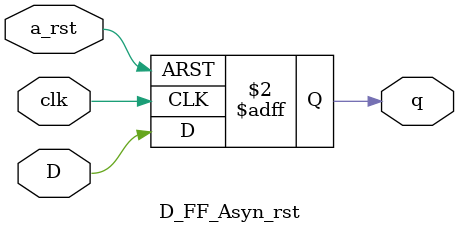
<source format=v>
module D_FF_Asyn_rst (D,a_rst,clk,q);
 input  D,a_rst,clk;
 output reg q;
 //Sequential part
 always @(posedge clk or posedge a_rst) begin
    if(a_rst)
        q<=0;
    else 
        q<=D;
 end
endmodule
</source>
